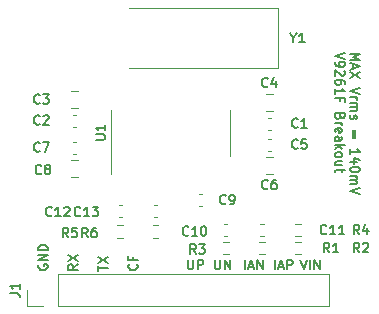
<source format=gbr>
%TF.GenerationSoftware,KiCad,Pcbnew,7.0.7*%
%TF.CreationDate,2025-01-01T11:59:36+10:30*%
%TF.ProjectId,V9261F_Breakout,56393236-3146-45f4-9272-65616b6f7574,rev?*%
%TF.SameCoordinates,Original*%
%TF.FileFunction,Legend,Top*%
%TF.FilePolarity,Positive*%
%FSLAX46Y46*%
G04 Gerber Fmt 4.6, Leading zero omitted, Abs format (unit mm)*
G04 Created by KiCad (PCBNEW 7.0.7) date 2025-01-01 11:59:36*
%MOMM*%
%LPD*%
G01*
G04 APERTURE LIST*
%ADD10C,0.200000*%
%ADD11C,0.120000*%
G04 APERTURE END LIST*
D10*
X161497768Y-97135695D02*
X161764435Y-97935695D01*
X161764435Y-97935695D02*
X162031101Y-97135695D01*
X162297768Y-97935695D02*
X162297768Y-97135695D01*
X162678720Y-97935695D02*
X162678720Y-97135695D01*
X162678720Y-97135695D02*
X163135863Y-97935695D01*
X163135863Y-97935695D02*
X163135863Y-97135695D01*
X159326054Y-97935695D02*
X159326054Y-97135695D01*
X159668910Y-97707123D02*
X160049863Y-97707123D01*
X159592720Y-97935695D02*
X159859387Y-97135695D01*
X159859387Y-97135695D02*
X160126053Y-97935695D01*
X160392720Y-97935695D02*
X160392720Y-97135695D01*
X160392720Y-97135695D02*
X160697482Y-97135695D01*
X160697482Y-97135695D02*
X160773672Y-97173790D01*
X160773672Y-97173790D02*
X160811767Y-97211885D01*
X160811767Y-97211885D02*
X160849863Y-97288076D01*
X160849863Y-97288076D02*
X160849863Y-97402361D01*
X160849863Y-97402361D02*
X160811767Y-97478552D01*
X160811767Y-97478552D02*
X160773672Y-97516647D01*
X160773672Y-97516647D02*
X160697482Y-97554742D01*
X160697482Y-97554742D02*
X160392720Y-97554742D01*
X156786054Y-97935695D02*
X156786054Y-97135695D01*
X157128910Y-97707123D02*
X157509863Y-97707123D01*
X157052720Y-97935695D02*
X157319387Y-97135695D01*
X157319387Y-97135695D02*
X157586053Y-97935695D01*
X157852720Y-97935695D02*
X157852720Y-97135695D01*
X157852720Y-97135695D02*
X158309863Y-97935695D01*
X158309863Y-97935695D02*
X158309863Y-97135695D01*
X154246054Y-97135695D02*
X154246054Y-97783314D01*
X154246054Y-97783314D02*
X154284149Y-97859504D01*
X154284149Y-97859504D02*
X154322244Y-97897600D01*
X154322244Y-97897600D02*
X154398435Y-97935695D01*
X154398435Y-97935695D02*
X154550816Y-97935695D01*
X154550816Y-97935695D02*
X154627006Y-97897600D01*
X154627006Y-97897600D02*
X154665101Y-97859504D01*
X154665101Y-97859504D02*
X154703197Y-97783314D01*
X154703197Y-97783314D02*
X154703197Y-97135695D01*
X155084149Y-97935695D02*
X155084149Y-97135695D01*
X155084149Y-97135695D02*
X155541292Y-97935695D01*
X155541292Y-97935695D02*
X155541292Y-97135695D01*
X151960054Y-97135695D02*
X151960054Y-97783314D01*
X151960054Y-97783314D02*
X151998149Y-97859504D01*
X151998149Y-97859504D02*
X152036244Y-97897600D01*
X152036244Y-97897600D02*
X152112435Y-97935695D01*
X152112435Y-97935695D02*
X152264816Y-97935695D01*
X152264816Y-97935695D02*
X152341006Y-97897600D01*
X152341006Y-97897600D02*
X152379101Y-97859504D01*
X152379101Y-97859504D02*
X152417197Y-97783314D01*
X152417197Y-97783314D02*
X152417197Y-97135695D01*
X152798149Y-97935695D02*
X152798149Y-97135695D01*
X152798149Y-97135695D02*
X153102911Y-97135695D01*
X153102911Y-97135695D02*
X153179101Y-97173790D01*
X153179101Y-97173790D02*
X153217196Y-97211885D01*
X153217196Y-97211885D02*
X153255292Y-97288076D01*
X153255292Y-97288076D02*
X153255292Y-97402361D01*
X153255292Y-97402361D02*
X153217196Y-97478552D01*
X153217196Y-97478552D02*
X153179101Y-97516647D01*
X153179101Y-97516647D02*
X153102911Y-97554742D01*
X153102911Y-97554742D02*
X152798149Y-97554742D01*
X147643504Y-97518802D02*
X147681600Y-97556898D01*
X147681600Y-97556898D02*
X147719695Y-97671183D01*
X147719695Y-97671183D02*
X147719695Y-97747374D01*
X147719695Y-97747374D02*
X147681600Y-97861660D01*
X147681600Y-97861660D02*
X147605409Y-97937850D01*
X147605409Y-97937850D02*
X147529219Y-97975945D01*
X147529219Y-97975945D02*
X147376838Y-98014041D01*
X147376838Y-98014041D02*
X147262552Y-98014041D01*
X147262552Y-98014041D02*
X147110171Y-97975945D01*
X147110171Y-97975945D02*
X147033980Y-97937850D01*
X147033980Y-97937850D02*
X146957790Y-97861660D01*
X146957790Y-97861660D02*
X146919695Y-97747374D01*
X146919695Y-97747374D02*
X146919695Y-97671183D01*
X146919695Y-97671183D02*
X146957790Y-97556898D01*
X146957790Y-97556898D02*
X146995885Y-97518802D01*
X147300647Y-96909279D02*
X147300647Y-97175945D01*
X147719695Y-97175945D02*
X146919695Y-97175945D01*
X146919695Y-97175945D02*
X146919695Y-96794993D01*
X144379695Y-98090231D02*
X144379695Y-97633088D01*
X145179695Y-97861660D02*
X144379695Y-97861660D01*
X144379695Y-97442612D02*
X145179695Y-96909278D01*
X144379695Y-96909278D02*
X145179695Y-97442612D01*
X142639695Y-97518802D02*
X142258742Y-97785469D01*
X142639695Y-97975945D02*
X141839695Y-97975945D01*
X141839695Y-97975945D02*
X141839695Y-97671183D01*
X141839695Y-97671183D02*
X141877790Y-97594993D01*
X141877790Y-97594993D02*
X141915885Y-97556898D01*
X141915885Y-97556898D02*
X141992076Y-97518802D01*
X141992076Y-97518802D02*
X142106361Y-97518802D01*
X142106361Y-97518802D02*
X142182552Y-97556898D01*
X142182552Y-97556898D02*
X142220647Y-97594993D01*
X142220647Y-97594993D02*
X142258742Y-97671183D01*
X142258742Y-97671183D02*
X142258742Y-97975945D01*
X141839695Y-97252136D02*
X142639695Y-96718802D01*
X141839695Y-96718802D02*
X142639695Y-97252136D01*
X139337790Y-97556898D02*
X139299695Y-97633088D01*
X139299695Y-97633088D02*
X139299695Y-97747374D01*
X139299695Y-97747374D02*
X139337790Y-97861660D01*
X139337790Y-97861660D02*
X139413980Y-97937850D01*
X139413980Y-97937850D02*
X139490171Y-97975945D01*
X139490171Y-97975945D02*
X139642552Y-98014041D01*
X139642552Y-98014041D02*
X139756838Y-98014041D01*
X139756838Y-98014041D02*
X139909219Y-97975945D01*
X139909219Y-97975945D02*
X139985409Y-97937850D01*
X139985409Y-97937850D02*
X140061600Y-97861660D01*
X140061600Y-97861660D02*
X140099695Y-97747374D01*
X140099695Y-97747374D02*
X140099695Y-97671183D01*
X140099695Y-97671183D02*
X140061600Y-97556898D01*
X140061600Y-97556898D02*
X140023504Y-97518802D01*
X140023504Y-97518802D02*
X139756838Y-97518802D01*
X139756838Y-97518802D02*
X139756838Y-97671183D01*
X140099695Y-97175945D02*
X139299695Y-97175945D01*
X139299695Y-97175945D02*
X140099695Y-96718802D01*
X140099695Y-96718802D02*
X139299695Y-96718802D01*
X140099695Y-96337850D02*
X139299695Y-96337850D01*
X139299695Y-96337850D02*
X139299695Y-96147374D01*
X139299695Y-96147374D02*
X139337790Y-96033088D01*
X139337790Y-96033088D02*
X139413980Y-95956898D01*
X139413980Y-95956898D02*
X139490171Y-95918803D01*
X139490171Y-95918803D02*
X139642552Y-95880707D01*
X139642552Y-95880707D02*
X139756838Y-95880707D01*
X139756838Y-95880707D02*
X139909219Y-95918803D01*
X139909219Y-95918803D02*
X139985409Y-95956898D01*
X139985409Y-95956898D02*
X140061600Y-96033088D01*
X140061600Y-96033088D02*
X140099695Y-96147374D01*
X140099695Y-96147374D02*
X140099695Y-96337850D01*
X165734304Y-79697054D02*
X166534304Y-79697054D01*
X166534304Y-79697054D02*
X165962876Y-79963720D01*
X165962876Y-79963720D02*
X166534304Y-80230387D01*
X166534304Y-80230387D02*
X165734304Y-80230387D01*
X165962876Y-80573244D02*
X165962876Y-80954197D01*
X165734304Y-80497054D02*
X166534304Y-80763721D01*
X166534304Y-80763721D02*
X165734304Y-81030387D01*
X166534304Y-81220863D02*
X165734304Y-81754197D01*
X166534304Y-81754197D02*
X165734304Y-81220863D01*
X166534304Y-82554197D02*
X165734304Y-82820864D01*
X165734304Y-82820864D02*
X166534304Y-83087530D01*
X165734304Y-83354197D02*
X166267638Y-83354197D01*
X166115257Y-83354197D02*
X166191447Y-83392292D01*
X166191447Y-83392292D02*
X166229542Y-83430387D01*
X166229542Y-83430387D02*
X166267638Y-83506578D01*
X166267638Y-83506578D02*
X166267638Y-83582768D01*
X165734304Y-83849435D02*
X166267638Y-83849435D01*
X166191447Y-83849435D02*
X166229542Y-83887530D01*
X166229542Y-83887530D02*
X166267638Y-83963720D01*
X166267638Y-83963720D02*
X166267638Y-84078006D01*
X166267638Y-84078006D02*
X166229542Y-84154197D01*
X166229542Y-84154197D02*
X166153352Y-84192292D01*
X166153352Y-84192292D02*
X165734304Y-84192292D01*
X166153352Y-84192292D02*
X166229542Y-84230387D01*
X166229542Y-84230387D02*
X166267638Y-84306578D01*
X166267638Y-84306578D02*
X166267638Y-84420863D01*
X166267638Y-84420863D02*
X166229542Y-84497054D01*
X166229542Y-84497054D02*
X166153352Y-84535149D01*
X166153352Y-84535149D02*
X165734304Y-84535149D01*
X165772400Y-84878006D02*
X165734304Y-84954197D01*
X165734304Y-84954197D02*
X165734304Y-85106578D01*
X165734304Y-85106578D02*
X165772400Y-85182768D01*
X165772400Y-85182768D02*
X165848590Y-85220864D01*
X165848590Y-85220864D02*
X165886685Y-85220864D01*
X165886685Y-85220864D02*
X165962876Y-85182768D01*
X165962876Y-85182768D02*
X166000971Y-85106578D01*
X166000971Y-85106578D02*
X166000971Y-84992292D01*
X166000971Y-84992292D02*
X166039066Y-84916102D01*
X166039066Y-84916102D02*
X166115257Y-84878006D01*
X166115257Y-84878006D02*
X166153352Y-84878006D01*
X166153352Y-84878006D02*
X166229542Y-84916102D01*
X166229542Y-84916102D02*
X166267638Y-84992292D01*
X166267638Y-84992292D02*
X166267638Y-85106578D01*
X166267638Y-85106578D02*
X166229542Y-85182768D01*
X166153352Y-86173245D02*
X166153352Y-86782769D01*
X165924780Y-86782769D02*
X165924780Y-86173245D01*
X165734304Y-88192292D02*
X165734304Y-87735149D01*
X165734304Y-87963721D02*
X166534304Y-87963721D01*
X166534304Y-87963721D02*
X166420019Y-87887530D01*
X166420019Y-87887530D02*
X166343828Y-87811340D01*
X166343828Y-87811340D02*
X166305733Y-87735149D01*
X166267638Y-88878007D02*
X165734304Y-88878007D01*
X166572400Y-88687531D02*
X166000971Y-88497054D01*
X166000971Y-88497054D02*
X166000971Y-88992293D01*
X166534304Y-89449436D02*
X166534304Y-89525626D01*
X166534304Y-89525626D02*
X166496209Y-89601817D01*
X166496209Y-89601817D02*
X166458114Y-89639912D01*
X166458114Y-89639912D02*
X166381923Y-89678007D01*
X166381923Y-89678007D02*
X166229542Y-89716102D01*
X166229542Y-89716102D02*
X166039066Y-89716102D01*
X166039066Y-89716102D02*
X165886685Y-89678007D01*
X165886685Y-89678007D02*
X165810495Y-89639912D01*
X165810495Y-89639912D02*
X165772400Y-89601817D01*
X165772400Y-89601817D02*
X165734304Y-89525626D01*
X165734304Y-89525626D02*
X165734304Y-89449436D01*
X165734304Y-89449436D02*
X165772400Y-89373245D01*
X165772400Y-89373245D02*
X165810495Y-89335150D01*
X165810495Y-89335150D02*
X165886685Y-89297055D01*
X165886685Y-89297055D02*
X166039066Y-89258959D01*
X166039066Y-89258959D02*
X166229542Y-89258959D01*
X166229542Y-89258959D02*
X166381923Y-89297055D01*
X166381923Y-89297055D02*
X166458114Y-89335150D01*
X166458114Y-89335150D02*
X166496209Y-89373245D01*
X166496209Y-89373245D02*
X166534304Y-89449436D01*
X165734304Y-90058960D02*
X166267638Y-90058960D01*
X166191447Y-90058960D02*
X166229542Y-90097055D01*
X166229542Y-90097055D02*
X166267638Y-90173245D01*
X166267638Y-90173245D02*
X166267638Y-90287531D01*
X166267638Y-90287531D02*
X166229542Y-90363722D01*
X166229542Y-90363722D02*
X166153352Y-90401817D01*
X166153352Y-90401817D02*
X165734304Y-90401817D01*
X166153352Y-90401817D02*
X166229542Y-90439912D01*
X166229542Y-90439912D02*
X166267638Y-90516103D01*
X166267638Y-90516103D02*
X166267638Y-90630388D01*
X166267638Y-90630388D02*
X166229542Y-90706579D01*
X166229542Y-90706579D02*
X166153352Y-90744674D01*
X166153352Y-90744674D02*
X165734304Y-90744674D01*
X166534304Y-91011341D02*
X165734304Y-91278008D01*
X165734304Y-91278008D02*
X166534304Y-91544674D01*
X165246304Y-79582768D02*
X164446304Y-79849435D01*
X164446304Y-79849435D02*
X165246304Y-80116101D01*
X164446304Y-80420863D02*
X164446304Y-80573244D01*
X164446304Y-80573244D02*
X164484400Y-80649434D01*
X164484400Y-80649434D02*
X164522495Y-80687530D01*
X164522495Y-80687530D02*
X164636780Y-80763720D01*
X164636780Y-80763720D02*
X164789161Y-80801815D01*
X164789161Y-80801815D02*
X165093923Y-80801815D01*
X165093923Y-80801815D02*
X165170114Y-80763720D01*
X165170114Y-80763720D02*
X165208209Y-80725625D01*
X165208209Y-80725625D02*
X165246304Y-80649434D01*
X165246304Y-80649434D02*
X165246304Y-80497053D01*
X165246304Y-80497053D02*
X165208209Y-80420863D01*
X165208209Y-80420863D02*
X165170114Y-80382768D01*
X165170114Y-80382768D02*
X165093923Y-80344672D01*
X165093923Y-80344672D02*
X164903447Y-80344672D01*
X164903447Y-80344672D02*
X164827257Y-80382768D01*
X164827257Y-80382768D02*
X164789161Y-80420863D01*
X164789161Y-80420863D02*
X164751066Y-80497053D01*
X164751066Y-80497053D02*
X164751066Y-80649434D01*
X164751066Y-80649434D02*
X164789161Y-80725625D01*
X164789161Y-80725625D02*
X164827257Y-80763720D01*
X164827257Y-80763720D02*
X164903447Y-80801815D01*
X165170114Y-81106577D02*
X165208209Y-81144673D01*
X165208209Y-81144673D02*
X165246304Y-81220863D01*
X165246304Y-81220863D02*
X165246304Y-81411339D01*
X165246304Y-81411339D02*
X165208209Y-81487530D01*
X165208209Y-81487530D02*
X165170114Y-81525625D01*
X165170114Y-81525625D02*
X165093923Y-81563720D01*
X165093923Y-81563720D02*
X165017733Y-81563720D01*
X165017733Y-81563720D02*
X164903447Y-81525625D01*
X164903447Y-81525625D02*
X164446304Y-81068482D01*
X164446304Y-81068482D02*
X164446304Y-81563720D01*
X165246304Y-82249435D02*
X165246304Y-82097054D01*
X165246304Y-82097054D02*
X165208209Y-82020863D01*
X165208209Y-82020863D02*
X165170114Y-81982768D01*
X165170114Y-81982768D02*
X165055828Y-81906578D01*
X165055828Y-81906578D02*
X164903447Y-81868482D01*
X164903447Y-81868482D02*
X164598685Y-81868482D01*
X164598685Y-81868482D02*
X164522495Y-81906578D01*
X164522495Y-81906578D02*
X164484400Y-81944673D01*
X164484400Y-81944673D02*
X164446304Y-82020863D01*
X164446304Y-82020863D02*
X164446304Y-82173244D01*
X164446304Y-82173244D02*
X164484400Y-82249435D01*
X164484400Y-82249435D02*
X164522495Y-82287530D01*
X164522495Y-82287530D02*
X164598685Y-82325625D01*
X164598685Y-82325625D02*
X164789161Y-82325625D01*
X164789161Y-82325625D02*
X164865352Y-82287530D01*
X164865352Y-82287530D02*
X164903447Y-82249435D01*
X164903447Y-82249435D02*
X164941542Y-82173244D01*
X164941542Y-82173244D02*
X164941542Y-82020863D01*
X164941542Y-82020863D02*
X164903447Y-81944673D01*
X164903447Y-81944673D02*
X164865352Y-81906578D01*
X164865352Y-81906578D02*
X164789161Y-81868482D01*
X164446304Y-83087530D02*
X164446304Y-82630387D01*
X164446304Y-82858959D02*
X165246304Y-82858959D01*
X165246304Y-82858959D02*
X165132019Y-82782768D01*
X165132019Y-82782768D02*
X165055828Y-82706578D01*
X165055828Y-82706578D02*
X165017733Y-82630387D01*
X164865352Y-83697054D02*
X164865352Y-83430388D01*
X164446304Y-83430388D02*
X165246304Y-83430388D01*
X165246304Y-83430388D02*
X165246304Y-83811340D01*
X164865352Y-84992292D02*
X164827257Y-85106578D01*
X164827257Y-85106578D02*
X164789161Y-85144673D01*
X164789161Y-85144673D02*
X164712971Y-85182769D01*
X164712971Y-85182769D02*
X164598685Y-85182769D01*
X164598685Y-85182769D02*
X164522495Y-85144673D01*
X164522495Y-85144673D02*
X164484400Y-85106578D01*
X164484400Y-85106578D02*
X164446304Y-85030388D01*
X164446304Y-85030388D02*
X164446304Y-84725626D01*
X164446304Y-84725626D02*
X165246304Y-84725626D01*
X165246304Y-84725626D02*
X165246304Y-84992292D01*
X165246304Y-84992292D02*
X165208209Y-85068483D01*
X165208209Y-85068483D02*
X165170114Y-85106578D01*
X165170114Y-85106578D02*
X165093923Y-85144673D01*
X165093923Y-85144673D02*
X165017733Y-85144673D01*
X165017733Y-85144673D02*
X164941542Y-85106578D01*
X164941542Y-85106578D02*
X164903447Y-85068483D01*
X164903447Y-85068483D02*
X164865352Y-84992292D01*
X164865352Y-84992292D02*
X164865352Y-84725626D01*
X164446304Y-85525626D02*
X164979638Y-85525626D01*
X164827257Y-85525626D02*
X164903447Y-85563721D01*
X164903447Y-85563721D02*
X164941542Y-85601816D01*
X164941542Y-85601816D02*
X164979638Y-85678007D01*
X164979638Y-85678007D02*
X164979638Y-85754197D01*
X164484400Y-86325626D02*
X164446304Y-86249435D01*
X164446304Y-86249435D02*
X164446304Y-86097054D01*
X164446304Y-86097054D02*
X164484400Y-86020864D01*
X164484400Y-86020864D02*
X164560590Y-85982768D01*
X164560590Y-85982768D02*
X164865352Y-85982768D01*
X164865352Y-85982768D02*
X164941542Y-86020864D01*
X164941542Y-86020864D02*
X164979638Y-86097054D01*
X164979638Y-86097054D02*
X164979638Y-86249435D01*
X164979638Y-86249435D02*
X164941542Y-86325626D01*
X164941542Y-86325626D02*
X164865352Y-86363721D01*
X164865352Y-86363721D02*
X164789161Y-86363721D01*
X164789161Y-86363721D02*
X164712971Y-85982768D01*
X164446304Y-87049435D02*
X164865352Y-87049435D01*
X164865352Y-87049435D02*
X164941542Y-87011340D01*
X164941542Y-87011340D02*
X164979638Y-86935149D01*
X164979638Y-86935149D02*
X164979638Y-86782768D01*
X164979638Y-86782768D02*
X164941542Y-86706578D01*
X164484400Y-87049435D02*
X164446304Y-86973244D01*
X164446304Y-86973244D02*
X164446304Y-86782768D01*
X164446304Y-86782768D02*
X164484400Y-86706578D01*
X164484400Y-86706578D02*
X164560590Y-86668482D01*
X164560590Y-86668482D02*
X164636780Y-86668482D01*
X164636780Y-86668482D02*
X164712971Y-86706578D01*
X164712971Y-86706578D02*
X164751066Y-86782768D01*
X164751066Y-86782768D02*
X164751066Y-86973244D01*
X164751066Y-86973244D02*
X164789161Y-87049435D01*
X164446304Y-87430388D02*
X165246304Y-87430388D01*
X164751066Y-87506578D02*
X164446304Y-87735150D01*
X164979638Y-87735150D02*
X164674876Y-87430388D01*
X164446304Y-88192292D02*
X164484400Y-88116102D01*
X164484400Y-88116102D02*
X164522495Y-88078007D01*
X164522495Y-88078007D02*
X164598685Y-88039911D01*
X164598685Y-88039911D02*
X164827257Y-88039911D01*
X164827257Y-88039911D02*
X164903447Y-88078007D01*
X164903447Y-88078007D02*
X164941542Y-88116102D01*
X164941542Y-88116102D02*
X164979638Y-88192292D01*
X164979638Y-88192292D02*
X164979638Y-88306578D01*
X164979638Y-88306578D02*
X164941542Y-88382769D01*
X164941542Y-88382769D02*
X164903447Y-88420864D01*
X164903447Y-88420864D02*
X164827257Y-88458959D01*
X164827257Y-88458959D02*
X164598685Y-88458959D01*
X164598685Y-88458959D02*
X164522495Y-88420864D01*
X164522495Y-88420864D02*
X164484400Y-88382769D01*
X164484400Y-88382769D02*
X164446304Y-88306578D01*
X164446304Y-88306578D02*
X164446304Y-88192292D01*
X164979638Y-89144674D02*
X164446304Y-89144674D01*
X164979638Y-88801817D02*
X164560590Y-88801817D01*
X164560590Y-88801817D02*
X164484400Y-88839912D01*
X164484400Y-88839912D02*
X164446304Y-88916102D01*
X164446304Y-88916102D02*
X164446304Y-89030388D01*
X164446304Y-89030388D02*
X164484400Y-89106579D01*
X164484400Y-89106579D02*
X164522495Y-89144674D01*
X164979638Y-89411341D02*
X164979638Y-89716103D01*
X165246304Y-89525627D02*
X164560590Y-89525627D01*
X164560590Y-89525627D02*
X164484400Y-89563722D01*
X164484400Y-89563722D02*
X164446304Y-89639912D01*
X164446304Y-89639912D02*
X164446304Y-89716103D01*
X139439667Y-83849504D02*
X139401571Y-83887600D01*
X139401571Y-83887600D02*
X139287286Y-83925695D01*
X139287286Y-83925695D02*
X139211095Y-83925695D01*
X139211095Y-83925695D02*
X139096809Y-83887600D01*
X139096809Y-83887600D02*
X139020619Y-83811409D01*
X139020619Y-83811409D02*
X138982524Y-83735219D01*
X138982524Y-83735219D02*
X138944428Y-83582838D01*
X138944428Y-83582838D02*
X138944428Y-83468552D01*
X138944428Y-83468552D02*
X138982524Y-83316171D01*
X138982524Y-83316171D02*
X139020619Y-83239980D01*
X139020619Y-83239980D02*
X139096809Y-83163790D01*
X139096809Y-83163790D02*
X139211095Y-83125695D01*
X139211095Y-83125695D02*
X139287286Y-83125695D01*
X139287286Y-83125695D02*
X139401571Y-83163790D01*
X139401571Y-83163790D02*
X139439667Y-83201885D01*
X139706333Y-83125695D02*
X140201571Y-83125695D01*
X140201571Y-83125695D02*
X139934905Y-83430457D01*
X139934905Y-83430457D02*
X140049190Y-83430457D01*
X140049190Y-83430457D02*
X140125381Y-83468552D01*
X140125381Y-83468552D02*
X140163476Y-83506647D01*
X140163476Y-83506647D02*
X140201571Y-83582838D01*
X140201571Y-83582838D02*
X140201571Y-83773314D01*
X140201571Y-83773314D02*
X140163476Y-83849504D01*
X140163476Y-83849504D02*
X140125381Y-83887600D01*
X140125381Y-83887600D02*
X140049190Y-83925695D01*
X140049190Y-83925695D02*
X139820619Y-83925695D01*
X139820619Y-83925695D02*
X139744428Y-83887600D01*
X139744428Y-83887600D02*
X139706333Y-83849504D01*
X139566667Y-89818504D02*
X139528571Y-89856600D01*
X139528571Y-89856600D02*
X139414286Y-89894695D01*
X139414286Y-89894695D02*
X139338095Y-89894695D01*
X139338095Y-89894695D02*
X139223809Y-89856600D01*
X139223809Y-89856600D02*
X139147619Y-89780409D01*
X139147619Y-89780409D02*
X139109524Y-89704219D01*
X139109524Y-89704219D02*
X139071428Y-89551838D01*
X139071428Y-89551838D02*
X139071428Y-89437552D01*
X139071428Y-89437552D02*
X139109524Y-89285171D01*
X139109524Y-89285171D02*
X139147619Y-89208980D01*
X139147619Y-89208980D02*
X139223809Y-89132790D01*
X139223809Y-89132790D02*
X139338095Y-89094695D01*
X139338095Y-89094695D02*
X139414286Y-89094695D01*
X139414286Y-89094695D02*
X139528571Y-89132790D01*
X139528571Y-89132790D02*
X139566667Y-89170885D01*
X140023809Y-89437552D02*
X139947619Y-89399457D01*
X139947619Y-89399457D02*
X139909524Y-89361361D01*
X139909524Y-89361361D02*
X139871428Y-89285171D01*
X139871428Y-89285171D02*
X139871428Y-89247076D01*
X139871428Y-89247076D02*
X139909524Y-89170885D01*
X139909524Y-89170885D02*
X139947619Y-89132790D01*
X139947619Y-89132790D02*
X140023809Y-89094695D01*
X140023809Y-89094695D02*
X140176190Y-89094695D01*
X140176190Y-89094695D02*
X140252381Y-89132790D01*
X140252381Y-89132790D02*
X140290476Y-89170885D01*
X140290476Y-89170885D02*
X140328571Y-89247076D01*
X140328571Y-89247076D02*
X140328571Y-89285171D01*
X140328571Y-89285171D02*
X140290476Y-89361361D01*
X140290476Y-89361361D02*
X140252381Y-89399457D01*
X140252381Y-89399457D02*
X140176190Y-89437552D01*
X140176190Y-89437552D02*
X140023809Y-89437552D01*
X140023809Y-89437552D02*
X139947619Y-89475647D01*
X139947619Y-89475647D02*
X139909524Y-89513742D01*
X139909524Y-89513742D02*
X139871428Y-89589933D01*
X139871428Y-89589933D02*
X139871428Y-89742314D01*
X139871428Y-89742314D02*
X139909524Y-89818504D01*
X139909524Y-89818504D02*
X139947619Y-89856600D01*
X139947619Y-89856600D02*
X140023809Y-89894695D01*
X140023809Y-89894695D02*
X140176190Y-89894695D01*
X140176190Y-89894695D02*
X140252381Y-89856600D01*
X140252381Y-89856600D02*
X140290476Y-89818504D01*
X140290476Y-89818504D02*
X140328571Y-89742314D01*
X140328571Y-89742314D02*
X140328571Y-89589933D01*
X140328571Y-89589933D02*
X140290476Y-89513742D01*
X140290476Y-89513742D02*
X140252381Y-89475647D01*
X140252381Y-89475647D02*
X140176190Y-89437552D01*
X139439667Y-85627504D02*
X139401571Y-85665600D01*
X139401571Y-85665600D02*
X139287286Y-85703695D01*
X139287286Y-85703695D02*
X139211095Y-85703695D01*
X139211095Y-85703695D02*
X139096809Y-85665600D01*
X139096809Y-85665600D02*
X139020619Y-85589409D01*
X139020619Y-85589409D02*
X138982524Y-85513219D01*
X138982524Y-85513219D02*
X138944428Y-85360838D01*
X138944428Y-85360838D02*
X138944428Y-85246552D01*
X138944428Y-85246552D02*
X138982524Y-85094171D01*
X138982524Y-85094171D02*
X139020619Y-85017980D01*
X139020619Y-85017980D02*
X139096809Y-84941790D01*
X139096809Y-84941790D02*
X139211095Y-84903695D01*
X139211095Y-84903695D02*
X139287286Y-84903695D01*
X139287286Y-84903695D02*
X139401571Y-84941790D01*
X139401571Y-84941790D02*
X139439667Y-84979885D01*
X139744428Y-84979885D02*
X139782524Y-84941790D01*
X139782524Y-84941790D02*
X139858714Y-84903695D01*
X139858714Y-84903695D02*
X140049190Y-84903695D01*
X140049190Y-84903695D02*
X140125381Y-84941790D01*
X140125381Y-84941790D02*
X140163476Y-84979885D01*
X140163476Y-84979885D02*
X140201571Y-85056076D01*
X140201571Y-85056076D02*
X140201571Y-85132266D01*
X140201571Y-85132266D02*
X140163476Y-85246552D01*
X140163476Y-85246552D02*
X139706333Y-85703695D01*
X139706333Y-85703695D02*
X140201571Y-85703695D01*
X152012714Y-95025504D02*
X151974618Y-95063600D01*
X151974618Y-95063600D02*
X151860333Y-95101695D01*
X151860333Y-95101695D02*
X151784142Y-95101695D01*
X151784142Y-95101695D02*
X151669856Y-95063600D01*
X151669856Y-95063600D02*
X151593666Y-94987409D01*
X151593666Y-94987409D02*
X151555571Y-94911219D01*
X151555571Y-94911219D02*
X151517475Y-94758838D01*
X151517475Y-94758838D02*
X151517475Y-94644552D01*
X151517475Y-94644552D02*
X151555571Y-94492171D01*
X151555571Y-94492171D02*
X151593666Y-94415980D01*
X151593666Y-94415980D02*
X151669856Y-94339790D01*
X151669856Y-94339790D02*
X151784142Y-94301695D01*
X151784142Y-94301695D02*
X151860333Y-94301695D01*
X151860333Y-94301695D02*
X151974618Y-94339790D01*
X151974618Y-94339790D02*
X152012714Y-94377885D01*
X152774618Y-95101695D02*
X152317475Y-95101695D01*
X152546047Y-95101695D02*
X152546047Y-94301695D01*
X152546047Y-94301695D02*
X152469856Y-94415980D01*
X152469856Y-94415980D02*
X152393666Y-94492171D01*
X152393666Y-94492171D02*
X152317475Y-94530266D01*
X153269857Y-94301695D02*
X153346047Y-94301695D01*
X153346047Y-94301695D02*
X153422238Y-94339790D01*
X153422238Y-94339790D02*
X153460333Y-94377885D01*
X153460333Y-94377885D02*
X153498428Y-94454076D01*
X153498428Y-94454076D02*
X153536523Y-94606457D01*
X153536523Y-94606457D02*
X153536523Y-94796933D01*
X153536523Y-94796933D02*
X153498428Y-94949314D01*
X153498428Y-94949314D02*
X153460333Y-95025504D01*
X153460333Y-95025504D02*
X153422238Y-95063600D01*
X153422238Y-95063600D02*
X153346047Y-95101695D01*
X153346047Y-95101695D02*
X153269857Y-95101695D01*
X153269857Y-95101695D02*
X153193666Y-95063600D01*
X153193666Y-95063600D02*
X153155571Y-95025504D01*
X153155571Y-95025504D02*
X153117476Y-94949314D01*
X153117476Y-94949314D02*
X153079380Y-94796933D01*
X153079380Y-94796933D02*
X153079380Y-94606457D01*
X153079380Y-94606457D02*
X153117476Y-94454076D01*
X153117476Y-94454076D02*
X153155571Y-94377885D01*
X153155571Y-94377885D02*
X153193666Y-94339790D01*
X153193666Y-94339790D02*
X153269857Y-94301695D01*
X160909048Y-78337742D02*
X160909048Y-78718695D01*
X160642381Y-77918695D02*
X160909048Y-78337742D01*
X160909048Y-78337742D02*
X161175714Y-77918695D01*
X161861428Y-78718695D02*
X161404285Y-78718695D01*
X161632857Y-78718695D02*
X161632857Y-77918695D01*
X161632857Y-77918695D02*
X161556666Y-78032980D01*
X161556666Y-78032980D02*
X161480476Y-78109171D01*
X161480476Y-78109171D02*
X161404285Y-78147266D01*
X143503667Y-95228695D02*
X143237000Y-94847742D01*
X143046524Y-95228695D02*
X143046524Y-94428695D01*
X143046524Y-94428695D02*
X143351286Y-94428695D01*
X143351286Y-94428695D02*
X143427476Y-94466790D01*
X143427476Y-94466790D02*
X143465571Y-94504885D01*
X143465571Y-94504885D02*
X143503667Y-94581076D01*
X143503667Y-94581076D02*
X143503667Y-94695361D01*
X143503667Y-94695361D02*
X143465571Y-94771552D01*
X143465571Y-94771552D02*
X143427476Y-94809647D01*
X143427476Y-94809647D02*
X143351286Y-94847742D01*
X143351286Y-94847742D02*
X143046524Y-94847742D01*
X144189381Y-94428695D02*
X144037000Y-94428695D01*
X144037000Y-94428695D02*
X143960809Y-94466790D01*
X143960809Y-94466790D02*
X143922714Y-94504885D01*
X143922714Y-94504885D02*
X143846524Y-94619171D01*
X143846524Y-94619171D02*
X143808428Y-94771552D01*
X143808428Y-94771552D02*
X143808428Y-95076314D01*
X143808428Y-95076314D02*
X143846524Y-95152504D01*
X143846524Y-95152504D02*
X143884619Y-95190600D01*
X143884619Y-95190600D02*
X143960809Y-95228695D01*
X143960809Y-95228695D02*
X144113190Y-95228695D01*
X144113190Y-95228695D02*
X144189381Y-95190600D01*
X144189381Y-95190600D02*
X144227476Y-95152504D01*
X144227476Y-95152504D02*
X144265571Y-95076314D01*
X144265571Y-95076314D02*
X144265571Y-94885838D01*
X144265571Y-94885838D02*
X144227476Y-94809647D01*
X144227476Y-94809647D02*
X144189381Y-94771552D01*
X144189381Y-94771552D02*
X144113190Y-94733457D01*
X144113190Y-94733457D02*
X143960809Y-94733457D01*
X143960809Y-94733457D02*
X143884619Y-94771552D01*
X143884619Y-94771552D02*
X143846524Y-94809647D01*
X143846524Y-94809647D02*
X143808428Y-94885838D01*
X161283667Y-87659504D02*
X161245571Y-87697600D01*
X161245571Y-87697600D02*
X161131286Y-87735695D01*
X161131286Y-87735695D02*
X161055095Y-87735695D01*
X161055095Y-87735695D02*
X160940809Y-87697600D01*
X160940809Y-87697600D02*
X160864619Y-87621409D01*
X160864619Y-87621409D02*
X160826524Y-87545219D01*
X160826524Y-87545219D02*
X160788428Y-87392838D01*
X160788428Y-87392838D02*
X160788428Y-87278552D01*
X160788428Y-87278552D02*
X160826524Y-87126171D01*
X160826524Y-87126171D02*
X160864619Y-87049980D01*
X160864619Y-87049980D02*
X160940809Y-86973790D01*
X160940809Y-86973790D02*
X161055095Y-86935695D01*
X161055095Y-86935695D02*
X161131286Y-86935695D01*
X161131286Y-86935695D02*
X161245571Y-86973790D01*
X161245571Y-86973790D02*
X161283667Y-87011885D01*
X162007476Y-86935695D02*
X161626524Y-86935695D01*
X161626524Y-86935695D02*
X161588428Y-87316647D01*
X161588428Y-87316647D02*
X161626524Y-87278552D01*
X161626524Y-87278552D02*
X161702714Y-87240457D01*
X161702714Y-87240457D02*
X161893190Y-87240457D01*
X161893190Y-87240457D02*
X161969381Y-87278552D01*
X161969381Y-87278552D02*
X162007476Y-87316647D01*
X162007476Y-87316647D02*
X162045571Y-87392838D01*
X162045571Y-87392838D02*
X162045571Y-87583314D01*
X162045571Y-87583314D02*
X162007476Y-87659504D01*
X162007476Y-87659504D02*
X161969381Y-87697600D01*
X161969381Y-87697600D02*
X161893190Y-87735695D01*
X161893190Y-87735695D02*
X161702714Y-87735695D01*
X161702714Y-87735695D02*
X161626524Y-87697600D01*
X161626524Y-87697600D02*
X161588428Y-87659504D01*
X158743667Y-82452504D02*
X158705571Y-82490600D01*
X158705571Y-82490600D02*
X158591286Y-82528695D01*
X158591286Y-82528695D02*
X158515095Y-82528695D01*
X158515095Y-82528695D02*
X158400809Y-82490600D01*
X158400809Y-82490600D02*
X158324619Y-82414409D01*
X158324619Y-82414409D02*
X158286524Y-82338219D01*
X158286524Y-82338219D02*
X158248428Y-82185838D01*
X158248428Y-82185838D02*
X158248428Y-82071552D01*
X158248428Y-82071552D02*
X158286524Y-81919171D01*
X158286524Y-81919171D02*
X158324619Y-81842980D01*
X158324619Y-81842980D02*
X158400809Y-81766790D01*
X158400809Y-81766790D02*
X158515095Y-81728695D01*
X158515095Y-81728695D02*
X158591286Y-81728695D01*
X158591286Y-81728695D02*
X158705571Y-81766790D01*
X158705571Y-81766790D02*
X158743667Y-81804885D01*
X159429381Y-81995361D02*
X159429381Y-82528695D01*
X159238905Y-81690600D02*
X159048428Y-82262028D01*
X159048428Y-82262028D02*
X159543667Y-82262028D01*
X152647667Y-96625695D02*
X152381000Y-96244742D01*
X152190524Y-96625695D02*
X152190524Y-95825695D01*
X152190524Y-95825695D02*
X152495286Y-95825695D01*
X152495286Y-95825695D02*
X152571476Y-95863790D01*
X152571476Y-95863790D02*
X152609571Y-95901885D01*
X152609571Y-95901885D02*
X152647667Y-95978076D01*
X152647667Y-95978076D02*
X152647667Y-96092361D01*
X152647667Y-96092361D02*
X152609571Y-96168552D01*
X152609571Y-96168552D02*
X152571476Y-96206647D01*
X152571476Y-96206647D02*
X152495286Y-96244742D01*
X152495286Y-96244742D02*
X152190524Y-96244742D01*
X152914333Y-95825695D02*
X153409571Y-95825695D01*
X153409571Y-95825695D02*
X153142905Y-96130457D01*
X153142905Y-96130457D02*
X153257190Y-96130457D01*
X153257190Y-96130457D02*
X153333381Y-96168552D01*
X153333381Y-96168552D02*
X153371476Y-96206647D01*
X153371476Y-96206647D02*
X153409571Y-96282838D01*
X153409571Y-96282838D02*
X153409571Y-96473314D01*
X153409571Y-96473314D02*
X153371476Y-96549504D01*
X153371476Y-96549504D02*
X153333381Y-96587600D01*
X153333381Y-96587600D02*
X153257190Y-96625695D01*
X153257190Y-96625695D02*
X153028619Y-96625695D01*
X153028619Y-96625695D02*
X152952428Y-96587600D01*
X152952428Y-96587600D02*
X152914333Y-96549504D01*
X140455714Y-93374504D02*
X140417618Y-93412600D01*
X140417618Y-93412600D02*
X140303333Y-93450695D01*
X140303333Y-93450695D02*
X140227142Y-93450695D01*
X140227142Y-93450695D02*
X140112856Y-93412600D01*
X140112856Y-93412600D02*
X140036666Y-93336409D01*
X140036666Y-93336409D02*
X139998571Y-93260219D01*
X139998571Y-93260219D02*
X139960475Y-93107838D01*
X139960475Y-93107838D02*
X139960475Y-92993552D01*
X139960475Y-92993552D02*
X139998571Y-92841171D01*
X139998571Y-92841171D02*
X140036666Y-92764980D01*
X140036666Y-92764980D02*
X140112856Y-92688790D01*
X140112856Y-92688790D02*
X140227142Y-92650695D01*
X140227142Y-92650695D02*
X140303333Y-92650695D01*
X140303333Y-92650695D02*
X140417618Y-92688790D01*
X140417618Y-92688790D02*
X140455714Y-92726885D01*
X141217618Y-93450695D02*
X140760475Y-93450695D01*
X140989047Y-93450695D02*
X140989047Y-92650695D01*
X140989047Y-92650695D02*
X140912856Y-92764980D01*
X140912856Y-92764980D02*
X140836666Y-92841171D01*
X140836666Y-92841171D02*
X140760475Y-92879266D01*
X141522380Y-92726885D02*
X141560476Y-92688790D01*
X141560476Y-92688790D02*
X141636666Y-92650695D01*
X141636666Y-92650695D02*
X141827142Y-92650695D01*
X141827142Y-92650695D02*
X141903333Y-92688790D01*
X141903333Y-92688790D02*
X141941428Y-92726885D01*
X141941428Y-92726885D02*
X141979523Y-92803076D01*
X141979523Y-92803076D02*
X141979523Y-92879266D01*
X141979523Y-92879266D02*
X141941428Y-92993552D01*
X141941428Y-92993552D02*
X141484285Y-93450695D01*
X141484285Y-93450695D02*
X141979523Y-93450695D01*
X163696714Y-94898504D02*
X163658618Y-94936600D01*
X163658618Y-94936600D02*
X163544333Y-94974695D01*
X163544333Y-94974695D02*
X163468142Y-94974695D01*
X163468142Y-94974695D02*
X163353856Y-94936600D01*
X163353856Y-94936600D02*
X163277666Y-94860409D01*
X163277666Y-94860409D02*
X163239571Y-94784219D01*
X163239571Y-94784219D02*
X163201475Y-94631838D01*
X163201475Y-94631838D02*
X163201475Y-94517552D01*
X163201475Y-94517552D02*
X163239571Y-94365171D01*
X163239571Y-94365171D02*
X163277666Y-94288980D01*
X163277666Y-94288980D02*
X163353856Y-94212790D01*
X163353856Y-94212790D02*
X163468142Y-94174695D01*
X163468142Y-94174695D02*
X163544333Y-94174695D01*
X163544333Y-94174695D02*
X163658618Y-94212790D01*
X163658618Y-94212790D02*
X163696714Y-94250885D01*
X164458618Y-94974695D02*
X164001475Y-94974695D01*
X164230047Y-94974695D02*
X164230047Y-94174695D01*
X164230047Y-94174695D02*
X164153856Y-94288980D01*
X164153856Y-94288980D02*
X164077666Y-94365171D01*
X164077666Y-94365171D02*
X164001475Y-94403266D01*
X165220523Y-94974695D02*
X164763380Y-94974695D01*
X164991952Y-94974695D02*
X164991952Y-94174695D01*
X164991952Y-94174695D02*
X164915761Y-94288980D01*
X164915761Y-94288980D02*
X164839571Y-94365171D01*
X164839571Y-94365171D02*
X164763380Y-94403266D01*
X136929695Y-99961666D02*
X137501123Y-99961666D01*
X137501123Y-99961666D02*
X137615409Y-99999761D01*
X137615409Y-99999761D02*
X137691600Y-100075952D01*
X137691600Y-100075952D02*
X137729695Y-100190237D01*
X137729695Y-100190237D02*
X137729695Y-100266428D01*
X137729695Y-99161666D02*
X137729695Y-99618809D01*
X137729695Y-99390237D02*
X136929695Y-99390237D01*
X136929695Y-99390237D02*
X137043980Y-99466428D01*
X137043980Y-99466428D02*
X137120171Y-99542618D01*
X137120171Y-99542618D02*
X137158266Y-99618809D01*
X144154695Y-86969523D02*
X144802314Y-86969523D01*
X144802314Y-86969523D02*
X144878504Y-86931428D01*
X144878504Y-86931428D02*
X144916600Y-86893333D01*
X144916600Y-86893333D02*
X144954695Y-86817142D01*
X144954695Y-86817142D02*
X144954695Y-86664761D01*
X144954695Y-86664761D02*
X144916600Y-86588571D01*
X144916600Y-86588571D02*
X144878504Y-86550476D01*
X144878504Y-86550476D02*
X144802314Y-86512380D01*
X144802314Y-86512380D02*
X144154695Y-86512380D01*
X144954695Y-85712381D02*
X144954695Y-86169524D01*
X144954695Y-85940952D02*
X144154695Y-85940952D01*
X144154695Y-85940952D02*
X144268980Y-86017143D01*
X144268980Y-86017143D02*
X144345171Y-86093333D01*
X144345171Y-86093333D02*
X144383266Y-86169524D01*
X163950667Y-96498695D02*
X163684000Y-96117742D01*
X163493524Y-96498695D02*
X163493524Y-95698695D01*
X163493524Y-95698695D02*
X163798286Y-95698695D01*
X163798286Y-95698695D02*
X163874476Y-95736790D01*
X163874476Y-95736790D02*
X163912571Y-95774885D01*
X163912571Y-95774885D02*
X163950667Y-95851076D01*
X163950667Y-95851076D02*
X163950667Y-95965361D01*
X163950667Y-95965361D02*
X163912571Y-96041552D01*
X163912571Y-96041552D02*
X163874476Y-96079647D01*
X163874476Y-96079647D02*
X163798286Y-96117742D01*
X163798286Y-96117742D02*
X163493524Y-96117742D01*
X164712571Y-96498695D02*
X164255428Y-96498695D01*
X164484000Y-96498695D02*
X164484000Y-95698695D01*
X164484000Y-95698695D02*
X164407809Y-95812980D01*
X164407809Y-95812980D02*
X164331619Y-95889171D01*
X164331619Y-95889171D02*
X164255428Y-95927266D01*
X166490667Y-96498695D02*
X166224000Y-96117742D01*
X166033524Y-96498695D02*
X166033524Y-95698695D01*
X166033524Y-95698695D02*
X166338286Y-95698695D01*
X166338286Y-95698695D02*
X166414476Y-95736790D01*
X166414476Y-95736790D02*
X166452571Y-95774885D01*
X166452571Y-95774885D02*
X166490667Y-95851076D01*
X166490667Y-95851076D02*
X166490667Y-95965361D01*
X166490667Y-95965361D02*
X166452571Y-96041552D01*
X166452571Y-96041552D02*
X166414476Y-96079647D01*
X166414476Y-96079647D02*
X166338286Y-96117742D01*
X166338286Y-96117742D02*
X166033524Y-96117742D01*
X166795428Y-95774885D02*
X166833524Y-95736790D01*
X166833524Y-95736790D02*
X166909714Y-95698695D01*
X166909714Y-95698695D02*
X167100190Y-95698695D01*
X167100190Y-95698695D02*
X167176381Y-95736790D01*
X167176381Y-95736790D02*
X167214476Y-95774885D01*
X167214476Y-95774885D02*
X167252571Y-95851076D01*
X167252571Y-95851076D02*
X167252571Y-95927266D01*
X167252571Y-95927266D02*
X167214476Y-96041552D01*
X167214476Y-96041552D02*
X166757333Y-96498695D01*
X166757333Y-96498695D02*
X167252571Y-96498695D01*
X142868714Y-93374504D02*
X142830618Y-93412600D01*
X142830618Y-93412600D02*
X142716333Y-93450695D01*
X142716333Y-93450695D02*
X142640142Y-93450695D01*
X142640142Y-93450695D02*
X142525856Y-93412600D01*
X142525856Y-93412600D02*
X142449666Y-93336409D01*
X142449666Y-93336409D02*
X142411571Y-93260219D01*
X142411571Y-93260219D02*
X142373475Y-93107838D01*
X142373475Y-93107838D02*
X142373475Y-92993552D01*
X142373475Y-92993552D02*
X142411571Y-92841171D01*
X142411571Y-92841171D02*
X142449666Y-92764980D01*
X142449666Y-92764980D02*
X142525856Y-92688790D01*
X142525856Y-92688790D02*
X142640142Y-92650695D01*
X142640142Y-92650695D02*
X142716333Y-92650695D01*
X142716333Y-92650695D02*
X142830618Y-92688790D01*
X142830618Y-92688790D02*
X142868714Y-92726885D01*
X143630618Y-93450695D02*
X143173475Y-93450695D01*
X143402047Y-93450695D02*
X143402047Y-92650695D01*
X143402047Y-92650695D02*
X143325856Y-92764980D01*
X143325856Y-92764980D02*
X143249666Y-92841171D01*
X143249666Y-92841171D02*
X143173475Y-92879266D01*
X143897285Y-92650695D02*
X144392523Y-92650695D01*
X144392523Y-92650695D02*
X144125857Y-92955457D01*
X144125857Y-92955457D02*
X144240142Y-92955457D01*
X144240142Y-92955457D02*
X144316333Y-92993552D01*
X144316333Y-92993552D02*
X144354428Y-93031647D01*
X144354428Y-93031647D02*
X144392523Y-93107838D01*
X144392523Y-93107838D02*
X144392523Y-93298314D01*
X144392523Y-93298314D02*
X144354428Y-93374504D01*
X144354428Y-93374504D02*
X144316333Y-93412600D01*
X144316333Y-93412600D02*
X144240142Y-93450695D01*
X144240142Y-93450695D02*
X144011571Y-93450695D01*
X144011571Y-93450695D02*
X143935380Y-93412600D01*
X143935380Y-93412600D02*
X143897285Y-93374504D01*
X161283667Y-85881504D02*
X161245571Y-85919600D01*
X161245571Y-85919600D02*
X161131286Y-85957695D01*
X161131286Y-85957695D02*
X161055095Y-85957695D01*
X161055095Y-85957695D02*
X160940809Y-85919600D01*
X160940809Y-85919600D02*
X160864619Y-85843409D01*
X160864619Y-85843409D02*
X160826524Y-85767219D01*
X160826524Y-85767219D02*
X160788428Y-85614838D01*
X160788428Y-85614838D02*
X160788428Y-85500552D01*
X160788428Y-85500552D02*
X160826524Y-85348171D01*
X160826524Y-85348171D02*
X160864619Y-85271980D01*
X160864619Y-85271980D02*
X160940809Y-85195790D01*
X160940809Y-85195790D02*
X161055095Y-85157695D01*
X161055095Y-85157695D02*
X161131286Y-85157695D01*
X161131286Y-85157695D02*
X161245571Y-85195790D01*
X161245571Y-85195790D02*
X161283667Y-85233885D01*
X162045571Y-85957695D02*
X161588428Y-85957695D01*
X161817000Y-85957695D02*
X161817000Y-85157695D01*
X161817000Y-85157695D02*
X161740809Y-85271980D01*
X161740809Y-85271980D02*
X161664619Y-85348171D01*
X161664619Y-85348171D02*
X161588428Y-85386266D01*
X155187667Y-92358504D02*
X155149571Y-92396600D01*
X155149571Y-92396600D02*
X155035286Y-92434695D01*
X155035286Y-92434695D02*
X154959095Y-92434695D01*
X154959095Y-92434695D02*
X154844809Y-92396600D01*
X154844809Y-92396600D02*
X154768619Y-92320409D01*
X154768619Y-92320409D02*
X154730524Y-92244219D01*
X154730524Y-92244219D02*
X154692428Y-92091838D01*
X154692428Y-92091838D02*
X154692428Y-91977552D01*
X154692428Y-91977552D02*
X154730524Y-91825171D01*
X154730524Y-91825171D02*
X154768619Y-91748980D01*
X154768619Y-91748980D02*
X154844809Y-91672790D01*
X154844809Y-91672790D02*
X154959095Y-91634695D01*
X154959095Y-91634695D02*
X155035286Y-91634695D01*
X155035286Y-91634695D02*
X155149571Y-91672790D01*
X155149571Y-91672790D02*
X155187667Y-91710885D01*
X155568619Y-92434695D02*
X155721000Y-92434695D01*
X155721000Y-92434695D02*
X155797190Y-92396600D01*
X155797190Y-92396600D02*
X155835286Y-92358504D01*
X155835286Y-92358504D02*
X155911476Y-92244219D01*
X155911476Y-92244219D02*
X155949571Y-92091838D01*
X155949571Y-92091838D02*
X155949571Y-91787076D01*
X155949571Y-91787076D02*
X155911476Y-91710885D01*
X155911476Y-91710885D02*
X155873381Y-91672790D01*
X155873381Y-91672790D02*
X155797190Y-91634695D01*
X155797190Y-91634695D02*
X155644809Y-91634695D01*
X155644809Y-91634695D02*
X155568619Y-91672790D01*
X155568619Y-91672790D02*
X155530524Y-91710885D01*
X155530524Y-91710885D02*
X155492428Y-91787076D01*
X155492428Y-91787076D02*
X155492428Y-91977552D01*
X155492428Y-91977552D02*
X155530524Y-92053742D01*
X155530524Y-92053742D02*
X155568619Y-92091838D01*
X155568619Y-92091838D02*
X155644809Y-92129933D01*
X155644809Y-92129933D02*
X155797190Y-92129933D01*
X155797190Y-92129933D02*
X155873381Y-92091838D01*
X155873381Y-92091838D02*
X155911476Y-92053742D01*
X155911476Y-92053742D02*
X155949571Y-91977552D01*
X141852667Y-95228695D02*
X141586000Y-94847742D01*
X141395524Y-95228695D02*
X141395524Y-94428695D01*
X141395524Y-94428695D02*
X141700286Y-94428695D01*
X141700286Y-94428695D02*
X141776476Y-94466790D01*
X141776476Y-94466790D02*
X141814571Y-94504885D01*
X141814571Y-94504885D02*
X141852667Y-94581076D01*
X141852667Y-94581076D02*
X141852667Y-94695361D01*
X141852667Y-94695361D02*
X141814571Y-94771552D01*
X141814571Y-94771552D02*
X141776476Y-94809647D01*
X141776476Y-94809647D02*
X141700286Y-94847742D01*
X141700286Y-94847742D02*
X141395524Y-94847742D01*
X142576476Y-94428695D02*
X142195524Y-94428695D01*
X142195524Y-94428695D02*
X142157428Y-94809647D01*
X142157428Y-94809647D02*
X142195524Y-94771552D01*
X142195524Y-94771552D02*
X142271714Y-94733457D01*
X142271714Y-94733457D02*
X142462190Y-94733457D01*
X142462190Y-94733457D02*
X142538381Y-94771552D01*
X142538381Y-94771552D02*
X142576476Y-94809647D01*
X142576476Y-94809647D02*
X142614571Y-94885838D01*
X142614571Y-94885838D02*
X142614571Y-95076314D01*
X142614571Y-95076314D02*
X142576476Y-95152504D01*
X142576476Y-95152504D02*
X142538381Y-95190600D01*
X142538381Y-95190600D02*
X142462190Y-95228695D01*
X142462190Y-95228695D02*
X142271714Y-95228695D01*
X142271714Y-95228695D02*
X142195524Y-95190600D01*
X142195524Y-95190600D02*
X142157428Y-95152504D01*
X139439667Y-87913504D02*
X139401571Y-87951600D01*
X139401571Y-87951600D02*
X139287286Y-87989695D01*
X139287286Y-87989695D02*
X139211095Y-87989695D01*
X139211095Y-87989695D02*
X139096809Y-87951600D01*
X139096809Y-87951600D02*
X139020619Y-87875409D01*
X139020619Y-87875409D02*
X138982524Y-87799219D01*
X138982524Y-87799219D02*
X138944428Y-87646838D01*
X138944428Y-87646838D02*
X138944428Y-87532552D01*
X138944428Y-87532552D02*
X138982524Y-87380171D01*
X138982524Y-87380171D02*
X139020619Y-87303980D01*
X139020619Y-87303980D02*
X139096809Y-87227790D01*
X139096809Y-87227790D02*
X139211095Y-87189695D01*
X139211095Y-87189695D02*
X139287286Y-87189695D01*
X139287286Y-87189695D02*
X139401571Y-87227790D01*
X139401571Y-87227790D02*
X139439667Y-87265885D01*
X139706333Y-87189695D02*
X140239667Y-87189695D01*
X140239667Y-87189695D02*
X139896809Y-87989695D01*
X166490667Y-94974695D02*
X166224000Y-94593742D01*
X166033524Y-94974695D02*
X166033524Y-94174695D01*
X166033524Y-94174695D02*
X166338286Y-94174695D01*
X166338286Y-94174695D02*
X166414476Y-94212790D01*
X166414476Y-94212790D02*
X166452571Y-94250885D01*
X166452571Y-94250885D02*
X166490667Y-94327076D01*
X166490667Y-94327076D02*
X166490667Y-94441361D01*
X166490667Y-94441361D02*
X166452571Y-94517552D01*
X166452571Y-94517552D02*
X166414476Y-94555647D01*
X166414476Y-94555647D02*
X166338286Y-94593742D01*
X166338286Y-94593742D02*
X166033524Y-94593742D01*
X167176381Y-94441361D02*
X167176381Y-94974695D01*
X166985905Y-94136600D02*
X166795428Y-94708028D01*
X166795428Y-94708028D02*
X167290667Y-94708028D01*
X158743667Y-91088504D02*
X158705571Y-91126600D01*
X158705571Y-91126600D02*
X158591286Y-91164695D01*
X158591286Y-91164695D02*
X158515095Y-91164695D01*
X158515095Y-91164695D02*
X158400809Y-91126600D01*
X158400809Y-91126600D02*
X158324619Y-91050409D01*
X158324619Y-91050409D02*
X158286524Y-90974219D01*
X158286524Y-90974219D02*
X158248428Y-90821838D01*
X158248428Y-90821838D02*
X158248428Y-90707552D01*
X158248428Y-90707552D02*
X158286524Y-90555171D01*
X158286524Y-90555171D02*
X158324619Y-90478980D01*
X158324619Y-90478980D02*
X158400809Y-90402790D01*
X158400809Y-90402790D02*
X158515095Y-90364695D01*
X158515095Y-90364695D02*
X158591286Y-90364695D01*
X158591286Y-90364695D02*
X158705571Y-90402790D01*
X158705571Y-90402790D02*
X158743667Y-90440885D01*
X159429381Y-90364695D02*
X159277000Y-90364695D01*
X159277000Y-90364695D02*
X159200809Y-90402790D01*
X159200809Y-90402790D02*
X159162714Y-90440885D01*
X159162714Y-90440885D02*
X159086524Y-90555171D01*
X159086524Y-90555171D02*
X159048428Y-90707552D01*
X159048428Y-90707552D02*
X159048428Y-91012314D01*
X159048428Y-91012314D02*
X159086524Y-91088504D01*
X159086524Y-91088504D02*
X159124619Y-91126600D01*
X159124619Y-91126600D02*
X159200809Y-91164695D01*
X159200809Y-91164695D02*
X159353190Y-91164695D01*
X159353190Y-91164695D02*
X159429381Y-91126600D01*
X159429381Y-91126600D02*
X159467476Y-91088504D01*
X159467476Y-91088504D02*
X159505571Y-91012314D01*
X159505571Y-91012314D02*
X159505571Y-90821838D01*
X159505571Y-90821838D02*
X159467476Y-90745647D01*
X159467476Y-90745647D02*
X159429381Y-90707552D01*
X159429381Y-90707552D02*
X159353190Y-90669457D01*
X159353190Y-90669457D02*
X159200809Y-90669457D01*
X159200809Y-90669457D02*
X159124619Y-90707552D01*
X159124619Y-90707552D02*
X159086524Y-90745647D01*
X159086524Y-90745647D02*
X159048428Y-90821838D01*
D11*
%TO.C,C3*%
X142105748Y-82831000D02*
X142628252Y-82831000D01*
X142105748Y-84301000D02*
X142628252Y-84301000D01*
%TO.C,C8*%
X142628252Y-90143000D02*
X142105748Y-90143000D01*
X142628252Y-88673000D02*
X142105748Y-88673000D01*
%TO.C,C2*%
X142226420Y-84834000D02*
X142507580Y-84834000D01*
X142226420Y-85854000D02*
X142507580Y-85854000D01*
%TO.C,C10*%
X155040420Y-94105000D02*
X155321580Y-94105000D01*
X155040420Y-95125000D02*
X155321580Y-95125000D01*
%TO.C,Y1*%
X159608000Y-80909000D02*
X159608000Y-75809000D01*
X159608000Y-75809000D02*
X147008000Y-75809000D01*
X147008000Y-80909000D02*
X159608000Y-80909000D01*
%TO.C,R6*%
X149462258Y-95264500D02*
X148987742Y-95264500D01*
X149462258Y-94219500D02*
X148987742Y-94219500D01*
%TO.C,C5*%
X159017580Y-87886000D02*
X158736420Y-87886000D01*
X159017580Y-86866000D02*
X158736420Y-86866000D01*
%TO.C,C4*%
X158615748Y-83085000D02*
X159138252Y-83085000D01*
X158615748Y-84555000D02*
X159138252Y-84555000D01*
%TO.C,R3*%
X155418258Y-96661500D02*
X154943742Y-96661500D01*
X155418258Y-95616500D02*
X154943742Y-95616500D01*
%TO.C,C12*%
X146394580Y-93474000D02*
X146113420Y-93474000D01*
X146394580Y-92454000D02*
X146113420Y-92454000D01*
%TO.C,C11*%
X158101420Y-94105000D02*
X158382580Y-94105000D01*
X158101420Y-95125000D02*
X158382580Y-95125000D01*
%TO.C,J1*%
X138370000Y-101025000D02*
X138370000Y-99695000D01*
X139700000Y-101025000D02*
X138370000Y-101025000D01*
X140970000Y-101025000D02*
X163890000Y-101025000D01*
X140970000Y-101025000D02*
X140970000Y-98365000D01*
X163890000Y-101025000D02*
X163890000Y-98365000D01*
X140970000Y-98365000D02*
X163890000Y-98365000D01*
%TO.C,U1*%
X145435000Y-86360000D02*
X145435000Y-89860000D01*
X145435000Y-86360000D02*
X145435000Y-84410000D01*
X155555000Y-86360000D02*
X155555000Y-88310000D01*
X155555000Y-86360000D02*
X155555000Y-84410000D01*
%TO.C,R1*%
X157991742Y-95616500D02*
X158466258Y-95616500D01*
X157991742Y-96661500D02*
X158466258Y-96661500D01*
%TO.C,R2*%
X161039742Y-95616500D02*
X161514258Y-95616500D01*
X161039742Y-96661500D02*
X161514258Y-96661500D01*
%TO.C,C13*%
X149378580Y-93474000D02*
X149097420Y-93474000D01*
X149378580Y-92454000D02*
X149097420Y-92454000D01*
%TO.C,C1*%
X158736420Y-85088000D02*
X159017580Y-85088000D01*
X158736420Y-86108000D02*
X159017580Y-86108000D01*
%TO.C,C9*%
X152894420Y-91565000D02*
X153175580Y-91565000D01*
X152894420Y-92585000D02*
X153175580Y-92585000D01*
%TO.C,R5*%
X146003742Y-94219500D02*
X146478258Y-94219500D01*
X146003742Y-95264500D02*
X146478258Y-95264500D01*
%TO.C,C7*%
X142507580Y-88140000D02*
X142226420Y-88140000D01*
X142507580Y-87120000D02*
X142226420Y-87120000D01*
%TO.C,R4*%
X161514258Y-95137500D02*
X161039742Y-95137500D01*
X161514258Y-94092500D02*
X161039742Y-94092500D01*
%TO.C,C6*%
X159138252Y-89889000D02*
X158615748Y-89889000D01*
X159138252Y-88419000D02*
X158615748Y-88419000D01*
%TD*%
M02*

</source>
